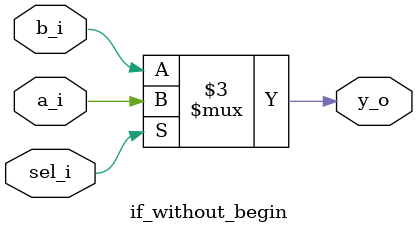
<source format=sv>
module if_without_begin (
  input  logic sel_i,
  input  logic a_i,
  input  logic b_i,
  output logic y_o
);

always_comb begin
  if (sel_i)
    y_o = a_i;
  else
    y_o = b_i;
end

endmodule

</source>
